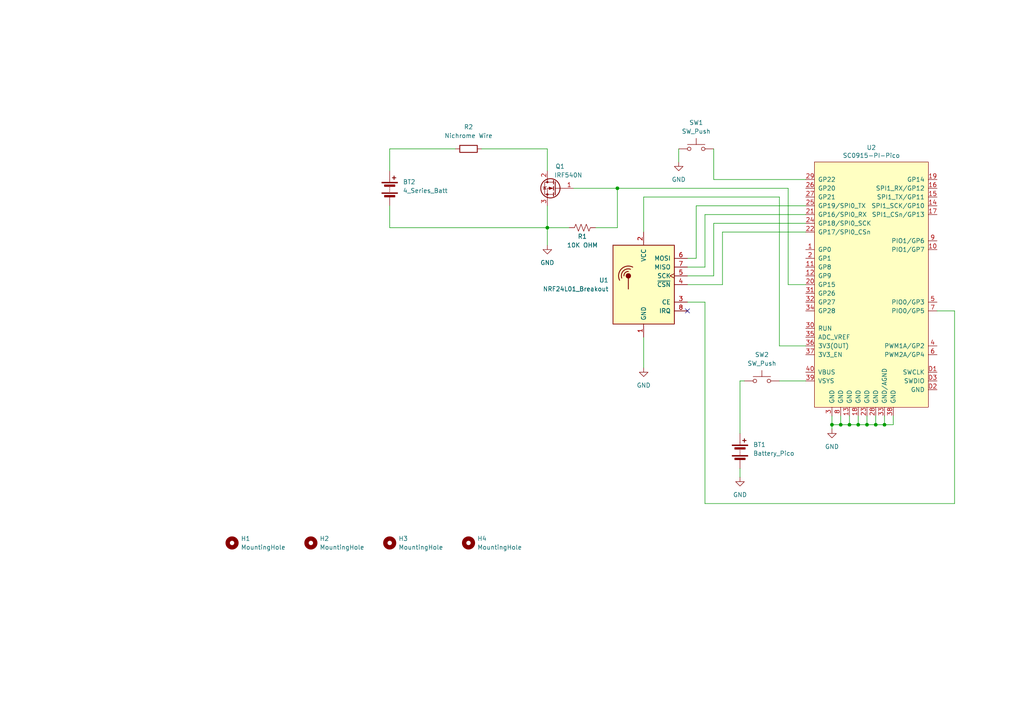
<source format=kicad_sch>
(kicad_sch (version 20231120) (generator "eeschema") (generator_version "8.0")
  (paper "A4")
  (lib_symbols
    (symbol "Device:Battery" (pin_numbers hide) (pin_names (offset 0) hide)
      (property "Reference" "BT" (at 2.54 2.54 0))
      (property "Value" "Battery" (at 2.54 0 0))
      (symbol "Battery_0_1"
        (rectangle (start -2.286 -1.27) (end 2.286 -1.524) (fill (type outline)))
        (rectangle (start -2.286 1.778) (end 2.286 1.524) (fill (type outline)))
        (rectangle (start -1.524 -2.032) (end 1.524 -2.54) (fill (type outline)))
        (rectangle (start -1.524 1.016) (end 1.524 0.508) (fill (type outline)))
        (polyline (pts (xy 0 -1.016) (xy 0 -0.762)))
        (polyline (pts (xy 0 -0.508) (xy 0 -0.254)))
        (polyline (pts (xy 0 0) (xy 0 0.254)))
        (polyline (pts (xy 0 1.778) (xy 0 2.54)))
        (polyline (pts (xy 0.762 3.048) (xy 1.778 3.048)) (stroke (width 0.254)))
        (polyline (pts (xy 1.27 3.556) (xy 1.27 2.54)) (stroke (width 0.254)))
      )
      (symbol "Battery_1_1"
        (pin passive line (at 0 5.08 270) (length 2.54) (name "+") (number "1"))
        (pin passive line (at 0 -5.08 90) (length 2.54) (name "-") (number "2"))
      )
    )
    (symbol "Device:R" (pin_numbers hide) (pin_names (offset 0))
      (property "Reference" "R" (at 2.032 0 90))
      (property "Value" "R" (at 0 0 90))
      (symbol "R_0_1"
        (rectangle (start -1.016 -2.54) (end 1.016 2.54) (stroke (width 0.254)))
      )
      (symbol "R_1_1"
        (pin passive line (at 0 3.81 270) (length 1.27) (name "~") (number "1"))
        (pin passive line (at 0 -3.81 90) (length 1.27) (name "~") (number "2"))
      )
    )
    (symbol "Device:R_US" (pin_numbers hide) (pin_names (offset 0))
      (property "Reference" "R" (at 2.54 0 90))
      (property "Value" "R_US" (at -2.54 0 90))
      (symbol "R_US_0_1"
        (polyline (pts (xy 0 -2.286) (xy 0 -2.54)))
        (polyline (pts (xy 0 2.286) (xy 0 2.54)))
        (polyline (pts (xy 0 -0.762) (xy 1.016 -1.143) (xy 0 -1.524) (xy -1.016 -1.905) (xy 0 -2.286)))
        (polyline (pts (xy 0 0.762) (xy 1.016 0.381) (xy 0 0) (xy -1.016 -0.381) (xy 0 -0.762)))
        (polyline (pts (xy 0 2.286) (xy 1.016 1.905) (xy 0 1.524) (xy -1.016 1.143) (xy 0 0.762)))
      )
      (symbol "R_US_1_1"
        (pin passive line (at 0 3.81 270) (length 1.27) (name "~") (number "1"))
        (pin passive line (at 0 -3.81 90) (length 1.27) (name "~") (number "2"))
      )
    )
    (symbol "Mechanical:MountingHole" (pin_names (offset 1.016))
      (property "Reference" "H" (at 0 5.08 0))
      (property "Value" "MountingHole" (at 0 3.175 0))
      (symbol "MountingHole_0_1"
        (circle (center 0 0) (radius 1.27) (stroke (width 1.27)))
      )
    )
    (symbol "RF:NRF24L01_Breakout" (pin_names (offset 1.016))
      (property "Reference" "U" (at -8.89 12.7 0))
      (property "Value" "NRF24L01_Breakout" (at 3.81 12.7 0))
      (symbol "NRF24L01_Breakout_0_1"
        (rectangle (start -8.89 11.43) (end 8.89 -11.43) (stroke (width 0.254)) (fill (type background)))
        (polyline (pts (xy 4.445 1.905) (xy 4.445 -1.27)) (stroke (width 0.254)))
        (circle (center 4.445 2.54) (radius 0.635) (stroke (width 0.254)) (fill (type outline)))
        (arc (start 5.715 2.54) (mid 5.3521 3.4546) (end 4.445 3.81) (stroke (width 0.254)))
        (arc (start 6.35 1.905) (mid 5.8763 3.9854) (end 3.81 4.445) (stroke (width 0.254)))
        (arc (start 6.985 1.27) (mid 6.453 4.548) (end 3.175 5.08) (stroke (width 0.254)))
      )
      (symbol "NRF24L01_Breakout_1_1"
        (pin power_in line (at 0 -15.24 90) (length 3.81) (name "GND") (number "1"))
        (pin power_in line (at 0 15.24 270) (length 3.81) (name "VCC") (number "2"))
        (pin input line (at -12.7 -5.08 0) (length 3.81) (name "CE") (number "3"))
        (pin input line (at -12.7 0 0) (length 3.81) (name "~{CSN}") (number "4"))
        (pin input clock (at -12.7 2.54 0) (length 3.81) (name "SCK") (number "5"))
        (pin input line (at -12.7 7.62 0) (length 3.81) (name "MOSI") (number "6"))
        (pin output line (at -12.7 5.08 0) (length 3.81) (name "MISO") (number "7"))
        (pin output line (at -12.7 -7.62 0) (length 3.81) (name "IRQ") (number "8"))
      )
    )
    (symbol "RspPiPicoIMU:SC0915-PI-Pico" (pin_names (offset 1.016))
      (property "Reference" "U" (at 1.27 1.27 0))
      (property "Value" "SC0915-PI-Pico" (at 16.51 -1.27 0))
      (symbol "SC0915-PI-Pico_0_1"
        (rectangle (start 0 0) (end 33.02 -71.12) (fill (type background)))
      )
      (symbol "SC0915-PI-Pico_1_1"
        (pin bidirectional line (at -2.54 -25.4 0) (length 2.54) (name "GP0") (number "1"))
        (pin input line (at 35.56 -25.4 180) (length 2.54) (name "PIO1/GP7") (number "10"))
        (pin bidirectional line (at -2.54 -30.48 0) (length 2.54) (name "GP8") (number "11"))
        (pin bidirectional line (at -2.54 -33.02 0) (length 2.54) (name "GP9") (number "12"))
        (pin passive line (at 10.16 -73.66 90) (length 2.54) (name "GND") (number "13"))
        (pin output line (at 35.56 -12.7 180) (length 2.54) (name "SPI1_SCK/GP10") (number "14"))
        (pin output line (at 35.56 -10.16 180) (length 2.54) (name "SPI1_TX/GP11") (number "15"))
        (pin input line (at 35.56 -7.62 180) (length 2.54) (name "SPI1_RX/GP12") (number "16"))
        (pin input line (at 35.56 -15.24 180) (length 2.54) (name "SPI1_CSn/GP13") (number "17"))
        (pin passive line (at 12.7 -73.66 90) (length 2.54) (name "GND") (number "18"))
        (pin output line (at 35.56 -5.08 180) (length 2.54) (name "GP14") (number "19"))
        (pin bidirectional line (at -2.54 -27.94 0) (length 2.54) (name "GP1") (number "2"))
        (pin bidirectional line (at -2.54 -35.56 0) (length 2.54) (name "GP15") (number "20"))
        (pin input line (at -2.54 -15.24 0) (length 2.54) (name "GP16/SPI0_RX") (number "21"))
        (pin output line (at -2.54 -20.32 0) (length 2.54) (name "GP17/SPI0_CSn") (number "22"))
        (pin passive line (at 15.24 -73.66 90) (length 2.54) (name "GND") (number "23"))
        (pin output line (at -2.54 -17.78 0) (length 2.54) (name "GP18/SPI0_SCK") (number "24"))
        (pin output line (at -2.54 -12.7 0) (length 2.54) (name "GP19/SPI0_TX") (number "25"))
        (pin input line (at -2.54 -7.62 0) (length 2.54) (name "GP20") (number "26"))
        (pin output line (at -2.54 -10.16 0) (length 2.54) (name "GP21") (number "27"))
        (pin passive line (at 17.78 -73.66 90) (length 2.54) (name "GND") (number "28"))
        (pin output line (at -2.54 -5.08 0) (length 2.54) (name "GP22") (number "29"))
        (pin passive line (at 5.08 -73.66 90) (length 2.54) (name "GND") (number "3"))
        (pin input line (at -2.54 -48.26 0) (length 2.54) (name "RUN") (number "30"))
        (pin bidirectional line (at -2.54 -38.1 0) (length 2.54) (name "GP26") (number "31"))
        (pin bidirectional line (at -2.54 -40.64 0) (length 2.54) (name "GP27") (number "32"))
        (pin passive line (at 20.32 -73.66 90) (length 2.54) (name "GND/AGND") (number "33"))
        (pin bidirectional line (at -2.54 -43.18 0) (length 2.54) (name "GP28") (number "34"))
        (pin passive line (at -2.54 -50.8 0) (length 2.54) (name "ADC_VREF") (number "35"))
        (pin power_out line (at -2.54 -53.34 0) (length 2.54) (name "3V3(OUT)") (number "36"))
        (pin input line (at -2.54 -55.88 0) (length 2.54) (name "3V3_EN") (number "37"))
        (pin passive line (at 22.86 -73.66 90) (length 2.54) (name "GND") (number "38"))
        (pin power_in line (at -2.54 -63.5 0) (length 2.54) (name "VSYS") (number "39"))
        (pin output line (at 35.56 -53.34 180) (length 2.54) (name "PWM1A/GP2") (number "4"))
        (pin power_in line (at -2.54 -60.96 0) (length 2.54) (name "VBUS") (number "40"))
        (pin input line (at 35.56 -40.64 180) (length 2.54) (name "PIO0/GP3") (number "5"))
        (pin output line (at 35.56 -55.88 180) (length 2.54) (name "PWM2A/GP4") (number "6"))
        (pin input line (at 35.56 -43.18 180) (length 2.54) (name "PIO0/GP5") (number "7"))
        (pin passive line (at 7.62 -73.66 90) (length 2.54) (name "GND") (number "8"))
        (pin input line (at 35.56 -22.86 180) (length 2.54) (name "PIO1/GP6") (number "9"))
        (pin unspecified line (at 35.56 -60.96 180) (length 2.54) (name "SWCLK") (number "D1"))
        (pin unspecified line (at 35.56 -66.04 180) (length 2.54) (name "GND") (number "D2"))
        (pin unspecified line (at 35.56 -63.5 180) (length 2.54) (name "SWDIO") (number "D3"))
      )
    )
    (symbol "Switch:SW_Push" (pin_numbers hide) (pin_names (offset 1.016) hide)
      (property "Reference" "SW" (at 1.27 2.54 0))
      (property "Value" "SW_Push" (at 0 -1.524 0))
      (symbol "SW_Push_0_1"
        (circle (center -2.032 0) (radius 0.508))
        (polyline (pts (xy 0 1.27) (xy 0 3.048)))
        (polyline (pts (xy 2.54 1.27) (xy -2.54 1.27)))
        (circle (center 2.032 0) (radius 0.508))
        (pin passive line (at -5.08 0 0) (length 2.54) (name "1") (number "1"))
        (pin passive line (at 5.08 0 180) (length 2.54) (name "2") (number "2"))
      )
    )
    (symbol "Transistor_FET:IRF540N" (pin_names hide)
      (property "Reference" "Q" (at 6.35 1.905 0))
      (property "Value" "IRF540N" (at 6.35 0 0))
      (symbol "IRF540N_0_1"
        (polyline (pts (xy 0.254 0) (xy -2.54 0)))
        (polyline (pts (xy 0.254 1.905) (xy 0.254 -1.905)) (stroke (width 0.254)))
        (polyline (pts (xy 0.762 -1.27) (xy 0.762 -2.286)) (stroke (width 0.254)))
        (polyline (pts (xy 0.762 0.508) (xy 0.762 -0.508)) (stroke (width 0.254)))
        (polyline (pts (xy 0.762 2.286) (xy 0.762 1.27)) (stroke (width 0.254)))
        (polyline (pts (xy 2.54 2.54) (xy 2.54 1.778)))
        (polyline (pts (xy 2.54 -2.54) (xy 2.54 0) (xy 0.762 0)))
        (polyline (pts (xy 0.762 -1.778) (xy 3.302 -1.778) (xy 3.302 1.778) (xy 0.762 1.778)))
        (polyline (pts (xy 1.016 0) (xy 2.032 0.381) (xy 2.032 -0.381) (xy 1.016 0)) (fill (type outline)))
        (polyline (pts (xy 2.794 0.508) (xy 2.921 0.381) (xy 3.683 0.381) (xy 3.81 0.254)))
        (polyline (pts (xy 3.302 0.381) (xy 2.921 -0.254) (xy 3.683 -0.254) (xy 3.302 0.381)))
        (circle (center 1.651 0) (radius 2.794) (stroke (width 0.254)))
        (circle (center 2.54 -1.778) (radius 0.254) (fill (type outline)))
        (circle (center 2.54 1.778) (radius 0.254) (fill (type outline)))
      )
      (symbol "IRF540N_1_1"
        (pin input line (at -5.08 0 0) (length 2.54) (name "G") (number "1"))
        (pin passive line (at 2.54 5.08 270) (length 2.54) (name "D") (number "2"))
        (pin passive line (at 2.54 -5.08 90) (length 2.54) (name "S") (number "3"))
      )
    )
    (symbol "power:GND" (power) (pin_names (offset 0))
      (property "Value" "GND" (at 0 -3.81 0))
      (symbol "GND_0_1"
        (polyline (pts (xy 0 0) (xy 0 -1.27) (xy 1.27 -1.27) (xy 0 -2.54) (xy -1.27 -1.27) (xy 0 -1.27)))
      )
      (symbol "GND_1_1"
        (pin power_in line (at 0 0 270) (length 0) hide (name "GND") (number "1"))
      )
    )
  )
  (junction (at 243.84 123.19))
  (junction (at 158.75 66.04))
  (junction (at 179.07 54.61))
  (junction (at 248.92 123.19))
  (junction (at 241.3 123.19))
  (junction (at 246.38 123.19))
  (junction (at 254 123.19))
  (junction (at 251.46 123.19))
  (junction (at 256.54 123.19))
  (no_connect (at 199.39 90.17))
  (wire (pts (xy 207.01 80.01) (xy 207.01 64.77)))
  (wire (pts (xy 248.92 120.65) (xy 248.92 123.19)))
  (wire (pts (xy 209.55 82.55) (xy 209.55 67.31)))
  (wire (pts (xy 214.63 135.89) (xy 214.63 138.43)))
  (wire (pts (xy 226.06 57.15) (xy 186.69 57.15)))
  (wire (pts (xy 251.46 123.19) (xy 254 123.19)))
  (wire (pts (xy 186.69 97.79) (xy 186.69 106.68)))
  (wire (pts (xy 259.08 120.65) (xy 259.08 123.19)))
  (wire (pts (xy 276.86 146.05) (xy 276.86 90.17)))
  (wire (pts (xy 228.6 82.55) (xy 228.6 54.61)))
  (wire (pts (xy 209.55 67.31) (xy 233.68 67.31)))
  (wire (pts (xy 251.46 120.65) (xy 251.46 123.19)))
  (wire (pts (xy 158.75 43.18) (xy 158.75 49.53)))
  (wire (pts (xy 199.39 77.47) (xy 204.47 77.47)))
  (wire (pts (xy 207.01 43.18) (xy 207.01 52.07)))
  (wire (pts (xy 241.3 123.19) (xy 241.3 124.46)))
  (wire (pts (xy 207.01 64.77) (xy 233.68 64.77)))
  (wire (pts (xy 166.37 54.61) (xy 179.07 54.61)))
  (wire (pts (xy 158.75 66.04) (xy 165.1 66.04)))
  (wire (pts (xy 204.47 146.05) (xy 276.86 146.05)))
  (wire (pts (xy 246.38 123.19) (xy 248.92 123.19)))
  (wire (pts (xy 248.92 123.19) (xy 251.46 123.19)))
  (wire (pts (xy 241.3 123.19) (xy 243.84 123.19)))
  (wire (pts (xy 113.03 66.04) (xy 158.75 66.04)))
  (wire (pts (xy 243.84 123.19) (xy 246.38 123.19)))
  (wire (pts (xy 276.86 90.17) (xy 271.78 90.17)))
  (wire (pts (xy 256.54 123.19) (xy 259.08 123.19)))
  (wire (pts (xy 256.54 120.65) (xy 256.54 123.19)))
  (wire (pts (xy 113.03 49.53) (xy 113.03 43.18)))
  (wire (pts (xy 179.07 66.04) (xy 179.07 54.61)))
  (wire (pts (xy 186.69 57.15) (xy 186.69 67.31)))
  (wire (pts (xy 158.75 66.04) (xy 158.75 71.12)))
  (wire (pts (xy 241.3 120.65) (xy 241.3 123.19)))
  (wire (pts (xy 226.06 110.49) (xy 233.68 110.49)))
  (wire (pts (xy 254 123.19) (xy 256.54 123.19)))
  (wire (pts (xy 214.63 110.49) (xy 215.9 110.49)))
  (wire (pts (xy 139.7 43.18) (xy 158.75 43.18)))
  (wire (pts (xy 204.47 87.63) (xy 204.47 146.05)))
  (wire (pts (xy 233.68 52.07) (xy 207.01 52.07)))
  (wire (pts (xy 204.47 77.47) (xy 204.47 62.23)))
  (wire (pts (xy 199.39 87.63) (xy 204.47 87.63)))
  (wire (pts (xy 201.93 74.93) (xy 199.39 74.93)))
  (wire (pts (xy 214.63 125.73) (xy 214.63 110.49)))
  (wire (pts (xy 201.93 59.69) (xy 233.68 59.69)))
  (wire (pts (xy 246.38 120.65) (xy 246.38 123.19)))
  (wire (pts (xy 113.03 66.04) (xy 113.03 59.69)))
  (wire (pts (xy 233.68 82.55) (xy 228.6 82.55)))
  (wire (pts (xy 196.85 43.18) (xy 196.85 46.99)))
  (wire (pts (xy 199.39 82.55) (xy 209.55 82.55)))
  (wire (pts (xy 243.84 120.65) (xy 243.84 123.19)))
  (wire (pts (xy 113.03 43.18) (xy 132.08 43.18)))
  (wire (pts (xy 199.39 80.01) (xy 207.01 80.01)))
  (wire (pts (xy 201.93 74.93) (xy 201.93 59.69)))
  (wire (pts (xy 158.75 59.69) (xy 158.75 66.04)))
  (wire (pts (xy 179.07 66.04) (xy 172.72 66.04)))
  (wire (pts (xy 233.68 100.33) (xy 226.06 100.33)))
  (wire (pts (xy 179.07 54.61) (xy 228.6 54.61)))
  (wire (pts (xy 226.06 100.33) (xy 226.06 57.15)))
  (wire (pts (xy 204.47 62.23) (xy 233.68 62.23)))
  (wire (pts (xy 254 120.65) (xy 254 123.19)))
  (symbol (lib_id "RF:NRF24L01_Breakout") (at 186.69 82.55 0) (mirror y) (unit 1)
    (property "Reference" "U1" (at 176.53 81.28 0) (effects (justify left)))
    (property "Value" "NRF24L01_Breakout" (at 176.53 83.82 0) (effects (justify left)))
    (property "Footprint" "RF_Module:nRF24L01_Breakout" (effects (hide yes)))
    (property "Datasheet" "http://www.nordicsemi.com/eng/content/download/2730/34105/file/nRF24L01_Product_Specification_v2_0.pdf" (effects (hide yes)))
  )
  (symbol (lib_id "Device:R_US") (at 168.91 66.04 90) (unit 1)
    (property "Reference" "R1" (at 168.91 68.58 90))
    (property "Value" "10K OHM" (at 168.91 71.12 90))
    (property "Footprint" "Resistor_THT:R_Axial_DIN0207_L6.3mm_D2.5mm_P5.08mm_Vertical" (effects (hide yes)))
  )
  (symbol (lib_id "power:GND") (at 158.75 71.12 0) (unit 1)
    (property "Reference" "#PWR01" (effects (hide yes)))
    (property "Value" "GND" (at 158.75 76.2 0))
  )
  (symbol (lib_id "Mechanical:MountingHole") (at 135.89 157.48 0) (unit 1)
    (property "Reference" "H4" (at 138.43 156.21 0) (effects (justify left)))
    (property "Value" "MountingHole" (at 138.43 158.75 0) (effects (justify left)))
    (property "Footprint" "MountingHole:MountingHole_3.5mm" (effects (hide yes)))
  )
  (symbol (lib_id "Mechanical:MountingHole") (at 90.17 157.48 0) (unit 1)
    (property "Reference" "H2" (at 92.71 156.21 0) (effects (justify left)))
    (property "Value" "MountingHole" (at 92.71 158.75 0) (effects (justify left)))
    (property "Footprint" "MountingHole:MountingHole_3.5mm" (effects (hide yes)))
  )
  (symbol (lib_id "Mechanical:MountingHole") (at 67.31 157.48 0) (unit 1)
    (property "Reference" "H1" (at 69.85 156.21 0) (effects (justify left)))
    (property "Value" "MountingHole" (at 69.85 158.75 0) (effects (justify left)))
    (property "Footprint" "MountingHole:MountingHole_3.5mm" (effects (hide yes)))
  )
  (symbol (lib_id "Device:Battery") (at 113.03 54.61 0) (unit 1)
    (property "Reference" "BT2" (at 116.84 52.7685 0) (effects (justify left)))
    (property "Value" "4_Series_Batt" (at 116.84 55.3085 0) (effects (justify left)))
    (property "Footprint" "Henry!:CONN_2604-1102_WAG" (effects (hide yes)))
  )
  (symbol (lib_id "Transistor_FET:IRF540N") (at 161.29 54.61 0) (mirror y) (unit 1)
    (property "Reference" "Q1" (at 163.83 48.26 0) (effects (justify left)))
    (property "Value" "IRF540N" (at 168.91 50.8 0) (effects (justify left)))
    (property "Footprint" "Package_TO_SOT_THT:TO-220-3_Vertical" (effects (hide yes)))
    (property "Datasheet" "http://www.irf.com/product-info/datasheets/data/irf540n.pdf" (effects (hide yes)))
  )
  (symbol (lib_id "power:GND") (at 196.85 46.99 0) (unit 1)
    (property "Reference" "#PWR02" (effects (hide yes)))
    (property "Value" "GND" (at 196.85 52.07 0))
  )
  (symbol (lib_id "power:GND") (at 186.69 106.68 0) (unit 1)
    (property "Reference" "#PWR05" (effects (hide yes)))
    (property "Value" "GND" (at 186.69 111.76 0))
  )
  (symbol (lib_id "Mechanical:MountingHole") (at 113.03 157.48 0) (unit 1)
    (property "Reference" "H3" (at 115.57 156.21 0) (effects (justify left)))
    (property "Value" "MountingHole" (at 115.57 158.75 0) (effects (justify left)))
    (property "Footprint" "MountingHole:MountingHole_3.5mm" (effects (hide yes)))
  )
  (symbol (lib_id "RspPiPicoIMU:SC0915-PI-Pico") (at 236.22 46.99 0) (unit 1)
    (property "Reference" "U2" (at 252.73 42.799 0))
    (property "Value" "SC0915-PI-Pico" (at 252.73 45.1104 0))
    (property "Footprint" "Henry!:PICO" (effects (hide yes)))
    (property "Datasheet" "https://datasheets.raspberrypi.com/pico/pico-datasheet.pdf" (effects (hide yes)))
    (property "P/N" "SC0915" (effects (hide yes)))
    (property "MFG" "Raspberry PI" (effects (hide yes)))
  )
  (symbol (lib_id "Device:R") (at 135.89 43.18 270) (unit 1)
    (property "Reference" "R2" (at 135.89 36.83 90))
    (property "Value" "Nichrome Wire" (at 135.89 39.37 90))
    (property "Footprint" "Henry!:CONN_2604-1102_WAG" (effects (hide yes)))
  )
  (symbol (lib_id "power:GND") (at 214.63 138.43 0) (unit 1)
    (property "Reference" "#PWR03" (effects (hide yes)))
    (property "Value" "GND" (at 214.63 143.51 0))
  )
  (symbol (lib_id "Switch:SW_Push") (at 201.93 43.18 0) (unit 1)
    (property "Reference" "SW1" (at 201.93 35.56 0))
    (property "Value" "SW_Push" (at 201.93 38.1 0))
    (property "Footprint" "Resistor_THT:R_Axial_DIN0207_L6.3mm_D2.5mm_P5.08mm_Vertical" (effects (hide yes)))
  )
  (symbol (lib_id "Switch:SW_Push") (at 220.98 110.49 0) (unit 1)
    (property "Reference" "SW2" (at 220.98 102.87 0))
    (property "Value" "SW_Push" (at 220.98 105.41 0))
    (property "Footprint" "Resistor_THT:R_Axial_DIN0207_L6.3mm_D2.5mm_P5.08mm_Vertical" (effects (hide yes)))
  )
  (symbol (lib_id "power:GND") (at 241.3 124.46 0) (unit 1)
    (property "Reference" "#PWR04" (effects (hide yes)))
    (property "Value" "GND" (at 241.3 129.54 0))
  )
  (symbol (lib_id "Device:Battery") (at 214.63 130.81 0) (unit 1)
    (property "Reference" "BT1" (at 218.44 128.9685 0) (effects (justify left)))
    (property "Value" "Battery_Pico" (at 218.44 131.5085 0) (effects (justify left)))
    (property "Footprint" "Henry!:CONN_2604-1102_WAG" (effects (hide yes)))
  )
)
</source>
